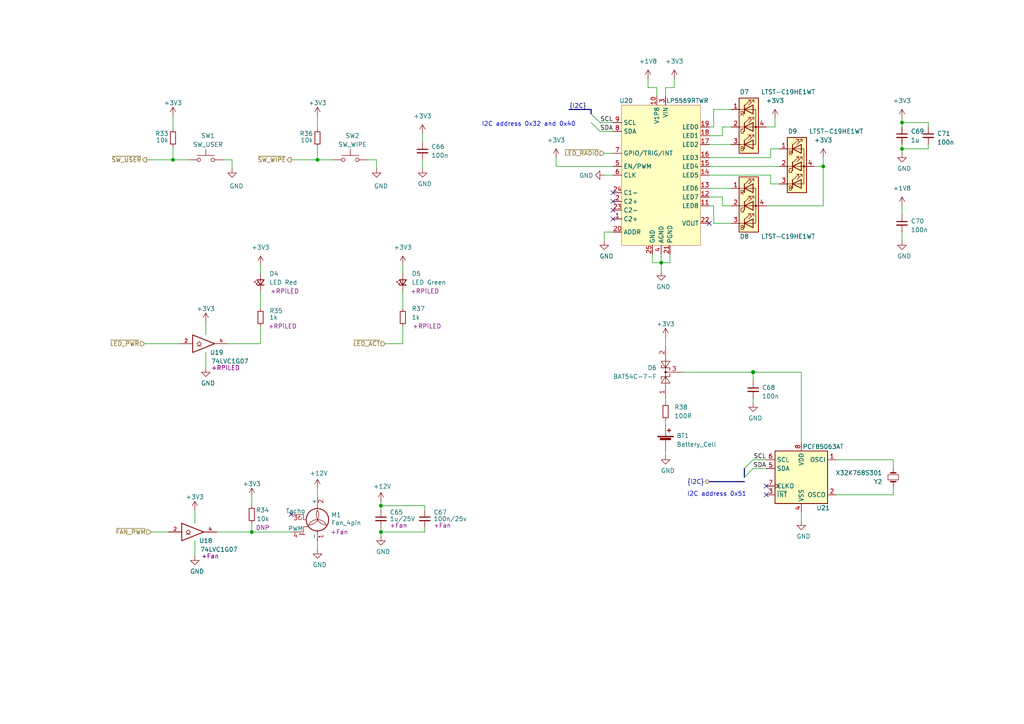
<source format=kicad_sch>
(kicad_sch (version 20210406) (generator eeschema)
  (paper "A4")
  (title_block (title "Control/RTC") (date "2021-01-12") (rev "0.1") (company "Nabu Casa") (comment 1 "www.nabucasa.com") (comment 2 "Light Blue"))
  (lib_symbols
    (symbol "74xGxx:74LVC1G07" (pin_names (offset 1.016))
      (property "Reference" "U" (at -2.54 3.81 0))
      (property "Value" "74LVC1G07" (at 0 -3.81 0))
      (symbol "74LVC1G07_0_1"
        (polyline (pts (xy -2.54 -0.635) (xy -1.27 -0.635)))
        (polyline (pts (xy -3.81 2.54) (xy -3.81 -2.54) (xy 2.54 0) (xy -3.81 2.54)) (stroke (width 0.254)))
        (polyline (pts (xy -1.905 0.635) (xy -2.54 0) (xy -1.905 -0.635) (xy -1.27 0) (xy -1.905 0.635)))
      )
      (symbol "74LVC1G07_1_1"
        (pin input line (at -7.62 0 0) (length 3.81) (name "~") (number "2"))
        (pin power_in line (at 0 -2.54 270) (length 0) hide (name "GND") (number "3"))
        (pin open_collector line (at 6.35 0 180) (length 3.81) (name "~") (number "4"))
        (pin power_in line (at 0 2.54 90) (length 0) hide (name "VCC") (number "5"))
      )
    )
    (symbol "Device:Battery_Cell" (pin_numbers hide) (pin_names (offset 0) hide)
      (property "Reference" "BT" (at 2.54 2.54 0))
      (property "Value" "Battery_Cell" (at 2.54 0 0))
      (symbol "Battery_Cell_0_1"
        (rectangle (start -2.286 1.778) (end 2.286 1.524) (fill (type outline)))
        (rectangle (start -1.5748 1.1938) (end 1.4732 0.6858) (fill (type outline)))
        (polyline (pts (xy 0 0.762) (xy 0 0)))
        (polyline (pts (xy 0 1.778) (xy 0 2.54)))
        (polyline (pts (xy 0.508 3.429) (xy 1.524 3.429)) (stroke (width 0.254)))
        (polyline (pts (xy 1.016 3.937) (xy 1.016 2.921)) (stroke (width 0.254)))
      )
      (symbol "Battery_Cell_1_1"
        (pin passive line (at 0 5.08 270) (length 2.54) (name "+") (number "1"))
        (pin passive line (at 0 -2.54 90) (length 2.54) (name "-") (number "2"))
      )
    )
    (symbol "Device:C_Small" (pin_numbers hide) (pin_names (offset 0.254) hide)
      (property "Reference" "C" (at 0.254 1.778 0))
      (property "Value" "C_Small" (at 0.254 -2.032 0))
      (symbol "C_Small_0_1"
        (polyline (pts (xy -1.524 -0.508) (xy 1.524 -0.508)) (stroke (width 0.3302)))
        (polyline (pts (xy -1.524 0.508) (xy 1.524 0.508)) (stroke (width 0.3048)))
      )
      (symbol "C_Small_1_1"
        (pin passive line (at 0 2.54 270) (length 2.032) (name "~") (number "1"))
        (pin passive line (at 0 -2.54 90) (length 2.032) (name "~") (number "2"))
      )
    )
    (symbol "Device:Crystal_Small" (pin_numbers hide) (pin_names (offset 1.016) hide)
      (property "Reference" "Y" (at 0 2.54 0))
      (property "Value" "Crystal_Small" (at 0 -2.54 0))
      (symbol "Crystal_Small_0_1"
        (rectangle (start -0.762 -1.524) (end 0.762 1.524))
        (polyline (pts (xy -1.27 -0.762) (xy -1.27 0.762)) (stroke (width 0.381)))
        (polyline (pts (xy 1.27 -0.762) (xy 1.27 0.762)) (stroke (width 0.381)))
      )
      (symbol "Crystal_Small_1_1"
        (pin passive line (at -2.54 0 0) (length 1.27) (name "1") (number "1"))
        (pin passive line (at 2.54 0 180) (length 1.27) (name "2") (number "2"))
      )
    )
    (symbol "Device:LED_RGBA" (pin_names (offset 0) hide)
      (property "Reference" "D" (at 0 9.398 0))
      (property "Value" "LED_RGBA" (at 0 -8.89 0))
      (symbol "LED_RGBA_0_0"
        (text "B" (at -1.905 -6.35 0) (effects (font (size 1.27 1.27))))
        (text "G" (at -1.905 -1.27 0) (effects (font (size 1.27 1.27))))
        (text "R" (at -1.905 3.81 0) (effects (font (size 1.27 1.27))))
      )
      (symbol "LED_RGBA_0_1"
        (circle (center 2.032 0) (radius 0.254) (fill (type outline)))
        (rectangle (start 1.27 -1.27) (end 1.27 1.27))
        (rectangle (start 1.27 1.27) (end 1.27 1.27))
        (rectangle (start 1.27 3.81) (end 1.27 6.35))
        (rectangle (start 1.27 6.35) (end 1.27 6.35))
        (rectangle (start 2.794 8.382) (end -2.794 -7.62) (stroke (width 0.254)) (fill (type background)))
        (polyline (pts (xy -1.27 -5.08) (xy -2.54 -5.08)))
        (polyline (pts (xy -1.27 -5.08) (xy 1.27 -5.08)))
        (polyline (pts (xy -1.27 -3.81) (xy -1.27 -6.35)) (stroke (width 0.254)))
        (polyline (pts (xy -1.27 0) (xy -2.54 0)))
        (polyline (pts (xy -1.27 1.27) (xy -1.27 -1.27)) (stroke (width 0.254)))
        (polyline (pts (xy -1.27 5.08) (xy -2.54 5.08)))
        (polyline (pts (xy -1.27 5.08) (xy 1.27 5.08)))
        (polyline (pts (xy -1.27 6.35) (xy -1.27 3.81)) (stroke (width 0.254)))
        (polyline (pts (xy 1.27 0) (xy -1.27 0)))
        (polyline (pts (xy 1.27 0) (xy 2.54 0)))
        (polyline (pts (xy -1.27 1.27) (xy -1.27 -1.27) (xy -1.27 -1.27)))
        (polyline (pts (xy -1.27 6.35) (xy -1.27 3.81) (xy -1.27 3.81)))
        (polyline (pts (xy 1.27 -5.08) (xy 2.032 -5.08) (xy 2.032 5.08) (xy 1.27 5.08)))
        (polyline (pts (xy 1.27 -3.81) (xy 1.27 -6.35) (xy -1.27 -5.08) (xy 1.27 -3.81)) (stroke (width 0.254)))
        (polyline (pts (xy 1.27 1.27) (xy 1.27 -1.27) (xy -1.27 0) (xy 1.27 1.27)) (stroke (width 0.254)))
        (polyline (pts (xy 1.27 6.35) (xy 1.27 3.81) (xy -1.27 5.08) (xy 1.27 6.35)) (stroke (width 0.254)))
        (polyline (pts (xy -1.016 -3.81) (xy 0.508 -2.286) (xy -0.254 -2.286) (xy 0.508 -2.286) (xy 0.508 -3.048)))
        (polyline (pts (xy -1.016 1.27) (xy 0.508 2.794) (xy -0.254 2.794) (xy 0.508 2.794) (xy 0.508 2.032)))
        (polyline (pts (xy -1.016 6.35) (xy 0.508 7.874) (xy -0.254 7.874) (xy 0.508 7.874) (xy 0.508 7.112)))
        (polyline (pts (xy 0 -3.81) (xy 1.524 -2.286) (xy 0.762 -2.286) (xy 1.524 -2.286) (xy 1.524 -3.048)))
        (polyline (pts (xy 0 1.27) (xy 1.524 2.794) (xy 0.762 2.794) (xy 1.524 2.794) (xy 1.524 2.032)))
        (polyline (pts (xy 0 6.35) (xy 1.524 7.874) (xy 0.762 7.874) (xy 1.524 7.874) (xy 1.524 7.112)))
      )
      (symbol "LED_RGBA_1_1"
        (pin passive line (at -5.08 5.08 0) (length 2.54) (name "RK") (number "1"))
        (pin passive line (at -5.08 0 0) (length 2.54) (name "GK") (number "2"))
        (pin passive line (at -5.08 -5.08 0) (length 2.54) (name "BK") (number "3"))
        (pin passive line (at 5.08 0 180) (length 2.54) (name "A") (number "4"))
      )
    )
    (symbol "Device:LED_Small" (pin_numbers hide) (pin_names (offset 0.254) hide)
      (property "Reference" "D" (at -1.27 3.175 0))
      (property "Value" "LED_Small" (at -4.445 -2.54 0))
      (symbol "LED_Small_0_1"
        (polyline (pts (xy -0.762 -1.016) (xy -0.762 1.016)) (stroke (width 0.254)))
        (polyline (pts (xy 1.016 0) (xy -0.762 0)))
        (polyline (pts (xy 0.762 -1.016) (xy -0.762 0) (xy 0.762 1.016) (xy 0.762 -1.016)) (stroke (width 0.254)))
        (polyline (pts (xy 0 0.762) (xy -0.508 1.27) (xy -0.254 1.27) (xy -0.508 1.27) (xy -0.508 1.016)))
        (polyline (pts (xy 0.508 1.27) (xy 0 1.778) (xy 0.254 1.778) (xy 0 1.778) (xy 0 1.524)))
      )
      (symbol "LED_Small_1_1"
        (pin passive line (at -2.54 0 0) (length 1.778) (name "K") (number "1"))
        (pin passive line (at 2.54 0 180) (length 1.778) (name "A") (number "2"))
      )
    )
    (symbol "Device:R_Small" (pin_numbers hide) (pin_names (offset 0.254) hide)
      (property "Reference" "R" (at 0.762 0.508 0))
      (property "Value" "R_Small" (at 0.762 -1.016 0))
      (symbol "R_Small_0_1"
        (rectangle (start -0.762 1.778) (end 0.762 -1.778) (stroke (width 0.2032)))
      )
      (symbol "R_Small_1_1"
        (pin passive line (at 0 2.54 270) (length 0.762) (name "~") (number "1"))
        (pin passive line (at 0 -2.54 90) (length 0.762) (name "~") (number "2"))
      )
    )
    (symbol "Diode:BAT54C" (pin_names (offset 1.016))
      (property "Reference" "D" (at 0.635 -3.81 0))
      (property "Value" "BAT54C" (at -6.35 3.175 0))
      (symbol "BAT54C_0_1"
        (circle (center 0 0) (radius 0.254) (fill (type outline)))
        (polyline (pts (xy -1.905 0) (xy 1.905 0)))
        (polyline (pts (xy -1.905 1.27) (xy -1.905 1.016)))
        (polyline (pts (xy -1.27 -1.27) (xy -0.635 -1.27)))
        (polyline (pts (xy -1.27 0) (xy -3.81 0)))
        (polyline (pts (xy -1.27 1.27) (xy -1.905 1.27)))
        (polyline (pts (xy -1.27 1.27) (xy -1.27 -1.27)))
        (polyline (pts (xy -0.635 -1.27) (xy -0.635 -1.016)))
        (polyline (pts (xy 0.635 -1.27) (xy 0.635 -1.016)))
        (polyline (pts (xy 1.27 -1.27) (xy 0.635 -1.27)))
        (polyline (pts (xy 1.27 1.27) (xy 1.27 -1.27)))
        (polyline (pts (xy 1.27 1.27) (xy 1.905 1.27)))
        (polyline (pts (xy 1.905 1.27) (xy 1.905 1.016)))
        (polyline (pts (xy 3.81 0) (xy 1.27 0)))
        (polyline (pts (xy -3.175 -1.27) (xy -3.175 1.27) (xy -1.27 0) (xy -3.175 -1.27)))
        (polyline (pts (xy 3.175 -1.27) (xy 3.175 1.27) (xy 1.27 0) (xy 3.175 -1.27)))
      )
      (symbol "BAT54C_1_1"
        (pin passive line (at -7.62 0 0) (length 3.81) (name "~") (number "1"))
        (pin passive line (at 7.62 0 180) (length 3.81) (name "~") (number "2"))
        (pin passive line (at 0 -5.08 90) (length 5.08) (name "~") (number "3"))
      )
    )
    (symbol "LightBlue:LP5569"
      (property "Reference" "U" (at -10.16 21.59 0))
      (property "Value" "LP5569" (at 7.62 21.59 0))
      (symbol "LP5569_0_1"
        (rectangle (start -11.43 20.32) (end 11.43 -20.32) (stroke (width 0.0006)) (fill (type background)))
      )
      (symbol "LP5569_1_1"
        (pin input line (at -13.97 -12.7 0) (length 2.54) (name "C2+") (number "1"))
        (pin input line (at -1.27 22.86 270) (length 2.54) (name "V1P8") (number "10"))
        (pin output line (at 13.97 -8.89 180) (length 2.54) (name "LED8") (number "11"))
        (pin output line (at 13.97 -6.35 180) (length 2.54) (name "LED7") (number "12"))
        (pin output line (at 13.97 -3.81 180) (length 2.54) (name "LED6") (number "13"))
        (pin output line (at 13.97 0 180) (length 2.54) (name "LED5") (number "14"))
        (pin output line (at 13.97 2.54 180) (length 2.54) (name "LED4") (number "15"))
        (pin output line (at 13.97 5.08 180) (length 2.54) (name "LED3") (number "16"))
        (pin output line (at 13.97 8.89 180) (length 2.54) (name "LED2") (number "17"))
        (pin output line (at 13.97 11.43 180) (length 2.54) (name "LED1") (number "18"))
        (pin output line (at 13.97 13.97 180) (length 2.54) (name "LED0") (number "19"))
        (pin input line (at -13.97 -7.62 0) (length 2.54) (name "C2+") (number "2"))
        (pin input line (at -13.97 -16.51 0) (length 2.54) (name "ADDR") (number "20"))
        (pin input line (at 2.54 -22.86 90) (length 2.54) (name "PGND") (number "21"))
        (pin output line (at 13.97 -13.97 180) (length 2.54) (name "VOUT") (number "22"))
        (pin input line (at -13.97 -10.16 0) (length 2.54) (name "C2-") (number "23"))
        (pin input line (at -13.97 -5.08 0) (length 2.54) (name "C1-") (number "24"))
        (pin input line (at -2.54 -22.86 90) (length 2.54) (name "GND") (number "25"))
        (pin input line (at 1.27 22.86 270) (length 2.54) (name "VIN") (number "3"))
        (pin input line (at 0 -22.86 90) (length 2.54) (name "AGND") (number "4"))
        (pin input line (at -13.97 2.54 0) (length 2.54) (name "EN/PWM") (number "5"))
        (pin input line (at -13.97 0 0) (length 2.54) (name "CLK") (number "6"))
        (pin input line (at -13.97 6.35 0) (length 2.54) (name "GPIO/TRIG/INT") (number "7"))
        (pin bidirectional line (at -13.97 12.7 0) (length 2.54) (name "SDA") (number "8"))
        (pin input line (at -13.97 15.24 0) (length 2.54) (name "SCL") (number "9"))
      )
    )
    (symbol "Motor:Fan_4pin" (pin_names (offset 0))
      (property "Reference" "M" (at 2.54 5.08 0))
      (property "Value" "Fan_4pin" (at 2.54 -2.54 0))
      (symbol "Fan_4pin_0_0"
        (arc (start -5.588 1.524) (end -5.08 2.032) (radius (at -5.08 1.524) (length 0.508) (angles 180 90)))
        (arc (start -5.588 1.524) (end -4.572 1.524) (radius (at -5.08 1.524) (length 0.508) (angles -179.9 -0.1)))
        (polyline (pts (xy -5.08 2.032) (xy -5.334 2.159)))
        (polyline (pts (xy -5.08 2.032) (xy -5.207 1.778)))
        (polyline (pts (xy -4.064 2.54) (xy -4.064 1.016) (xy -3.302 1.016)))
      )
      (symbol "Fan_4pin_0_1"
        (arc (start 0 3.81) (end -2.54 -0.508) (radius (at -2.4892 2.3876) (length 2.8702) (angles 29.7 -91)))
        (arc (start -2.54 -0.508) (end 2.54 -0.508) (radius (at 0 -1.778) (length 2.8448) (angles 153.4 26.6)))
        (arc (start 2.54 -0.508) (end 0 3.81) (radius (at 2.6162 2.413) (length 2.921) (angles -91.5 151.9)))
        (circle (center 0 1.016) (radius 3.2512) (stroke (width 0.254)))
        (polyline (pts (xy -4.064 2.54) (xy -5.08 2.54)))
        (polyline (pts (xy 0 -5.08) (xy 0 -4.572)))
        (polyline (pts (xy 0 -2.2352) (xy 0 -2.6416)))
        (polyline (pts (xy 0 4.2672) (xy 0 4.6228)))
        (polyline (pts (xy 0 4.572) (xy 0 5.08)))
        (polyline (pts (xy -2.54 -1.016) (xy -4.064 -1.016) (xy -4.064 -2.54) (xy -5.08 -2.54)))
        (polyline (pts (xy -5.334 -3.302) (xy -5.08 -3.302) (xy -5.08 -3.048) (xy -4.826 -3.048) (xy -4.826 -3.302) (xy -4.318 -3.302) (xy -4.318 -3.048) (xy -4.064 -3.048) (xy -4.064 -3.302) (xy -3.556 -3.302)))
      )
      (symbol "Fan_4pin_1_1"
        (pin passive line (at 0 -5.08 90) (length 2.54) (name "-") (number "1"))
        (pin passive line (at 0 7.62 270) (length 2.54) (name "+") (number "2"))
        (pin passive line (at -7.62 2.54 0) (length 2.54) (name "Tacho") (number "3"))
        (pin input line (at -7.62 -2.54 0) (length 2.54) (name "PWM") (number "4"))
      )
    )
    (symbol "Switch:SW_Push" (pin_numbers hide) (pin_names (offset 1.016) hide)
      (property "Reference" "SW" (at 1.27 2.54 0))
      (property "Value" "SW_Push" (at 0 -1.524 0))
      (symbol "SW_Push_0_1"
        (circle (center -2.032 0) (radius 0.508))
        (circle (center 2.032 0) (radius 0.508))
        (polyline (pts (xy 0 1.27) (xy 0 3.048)))
        (polyline (pts (xy 2.54 1.27) (xy -2.54 1.27)))
        (pin passive line (at -5.08 0 0) (length 2.54) (name "1") (number "1"))
        (pin passive line (at 5.08 0 180) (length 2.54) (name "2") (number "2"))
      )
    )
    (symbol "Timer_RTC:PCF8563T"
      (property "Reference" "U" (at -7.62 8.89 0))
      (property "Value" "PCF8563T" (at 2.54 8.89 0))
      (symbol "PCF8563T_0_1"
        (rectangle (start -7.62 7.62) (end 7.62 -7.62) (stroke (width 0.254)) (fill (type background)))
      )
      (symbol "PCF8563T_1_1"
        (pin input line (at -10.16 5.08 0) (length 2.54) (name "OSCI") (number "1"))
        (pin output line (at -10.16 -5.08 0) (length 2.54) (name "OSCO") (number "2"))
        (pin output line (at 10.16 -5.08 180) (length 2.54) (name "~INT~") (number "3"))
        (pin power_in line (at 0 -10.16 90) (length 2.54) (name "VSS") (number "4"))
        (pin bidirectional line (at 10.16 2.54 180) (length 2.54) (name "SDA") (number "5"))
        (pin input line (at 10.16 5.08 180) (length 2.54) (name "SCL") (number "6"))
        (pin output clock (at 10.16 -2.54 180) (length 2.54) (name "CLKO") (number "7"))
        (pin power_in line (at 0 10.16 270) (length 2.54) (name "VDD") (number "8"))
      )
    )
    (symbol "power:+12V" (power) (pin_names (offset 0))
      (property "Value" "+12V" (at 0 3.556 0))
      (symbol "+12V_0_1"
        (polyline (pts (xy -0.762 1.27) (xy 0 2.54)))
        (polyline (pts (xy 0 0) (xy 0 2.54)))
        (polyline (pts (xy 0 2.54) (xy 0.762 1.27)))
      )
      (symbol "+12V_1_1"
        (pin power_in line (at 0 0 90) (length 0) hide (name "+12V") (number "1"))
      )
    )
    (symbol "power:+1V8" (power) (pin_names (offset 0))
      (property "Value" "+1V8" (at 0 3.556 0))
      (symbol "+1V8_0_1"
        (polyline (pts (xy -0.762 1.27) (xy 0 2.54)))
        (polyline (pts (xy 0 0) (xy 0 2.54)))
        (polyline (pts (xy 0 2.54) (xy 0.762 1.27)))
      )
      (symbol "+1V8_1_1"
        (pin power_in line (at 0 0 90) (length 0) hide (name "+1V8") (number "1"))
      )
    )
    (symbol "power:+3V3" (power) (pin_names (offset 0))
      (property "Value" "+3V3" (at 0 3.556 0))
      (symbol "+3V3_0_1"
        (polyline (pts (xy -0.762 1.27) (xy 0 2.54)))
        (polyline (pts (xy 0 0) (xy 0 2.54)))
        (polyline (pts (xy 0 2.54) (xy 0.762 1.27)))
      )
      (symbol "+3V3_1_1"
        (pin power_in line (at 0 0 90) (length 0) hide (name "+3V3") (number "1"))
      )
    )
    (symbol "power:GND" (power) (pin_names (offset 0))
      (property "Value" "GND" (at 0 -3.81 0))
      (symbol "GND_0_1"
        (polyline (pts (xy 0 0) (xy 0 -1.27) (xy 1.27 -1.27) (xy 0 -2.54) (xy -1.27 -1.27) (xy 0 -1.27)))
      )
      (symbol "GND_1_1"
        (pin power_in line (at 0 0 270) (length 0) hide (name "GND") (number "1"))
      )
    )
  )
  (junction (at 50.165 46.355) (diameter 0.9144))
  (junction (at 73.025 154.305) (diameter 0.9144))
  (junction (at 92.075 46.355) (diameter 0.9144))
  (junction (at 110.49 146.685) (diameter 0.9144))
  (junction (at 110.49 154.305) (diameter 0.9144))
  (junction (at 191.77 76.2) (diameter 0.9144))
  (junction (at 218.44 107.95) (diameter 1.016))
  (junction (at 238.76 48.26) (diameter 0.9144))
  (junction (at 261.62 35.56) (diameter 0.9144))
  (junction (at 261.62 43.18) (diameter 0.9144))
  (no_connect (at 84.455 149.225))
  (no_connect (at 177.8 55.88))
  (no_connect (at 177.8 58.42))
  (no_connect (at 177.8 60.96))
  (no_connect (at 177.8 63.5))
  (no_connect (at 205.74 64.77))
  (no_connect (at 222.25 140.97))
  (no_connect (at 222.25 143.51))
  (bus_entry (at 171.45 33.02) (size 2.54 2.54) (stroke (width 0.1524)))
  (bus_entry (at 171.45 35.56) (size 2.54 2.54) (stroke (width 0.1524)))
  (bus_entry (at 215.9 135.89) (size 2.54 -2.54) (stroke (width 0.1524)))
  (bus_entry (at 215.9 138.43) (size 2.54 -2.54) (stroke (width 0.1524)))
  (wire (pts (xy 41.91 99.695) (xy 52.07 99.695)))
  (wire (pts (xy 42.545 46.355) (xy 50.165 46.355)))
  (wire (pts (xy 43.815 154.305) (xy 48.895 154.305)))
  (wire (pts (xy 50.165 37.465) (xy 50.165 33.655)))
  (wire (pts (xy 50.165 42.545) (xy 50.165 46.355)))
  (wire (pts (xy 50.165 46.355) (xy 54.61 46.355)))
  (wire (pts (xy 56.515 147.955) (xy 56.515 151.765)))
  (wire (pts (xy 56.515 156.845) (xy 56.515 161.29)))
  (wire (pts (xy 59.69 93.345) (xy 59.69 97.155)))
  (wire (pts (xy 59.69 102.235) (xy 59.69 106.68)))
  (wire (pts (xy 62.865 154.305) (xy 73.025 154.305)))
  (wire (pts (xy 64.77 46.355) (xy 67.31 46.355)))
  (wire (pts (xy 66.04 99.695) (xy 75.565 99.695)))
  (wire (pts (xy 67.31 46.355) (xy 67.31 48.895)))
  (wire (pts (xy 73.025 146.685) (xy 73.025 144.145)))
  (wire (pts (xy 73.025 151.765) (xy 73.025 154.305)))
  (wire (pts (xy 73.025 154.305) (xy 84.455 154.305)))
  (wire (pts (xy 75.565 76.835) (xy 75.565 79.375)))
  (wire (pts (xy 75.565 84.455) (xy 75.565 89.535)))
  (wire (pts (xy 75.565 99.695) (xy 75.565 94.615)))
  (wire (pts (xy 84.455 46.355) (xy 92.075 46.355)))
  (wire (pts (xy 92.075 37.465) (xy 92.075 33.655)))
  (wire (pts (xy 92.075 42.545) (xy 92.075 46.355)))
  (wire (pts (xy 92.075 46.355) (xy 96.52 46.355)))
  (wire (pts (xy 92.075 141.605) (xy 92.075 144.145)))
  (wire (pts (xy 92.075 156.845) (xy 92.075 159.385)))
  (wire (pts (xy 106.68 46.355) (xy 109.22 46.355)))
  (wire (pts (xy 109.22 46.355) (xy 109.22 48.895)))
  (wire (pts (xy 110.49 145.415) (xy 110.49 146.685)))
  (wire (pts (xy 110.49 146.685) (xy 110.49 147.955)))
  (wire (pts (xy 110.49 146.685) (xy 123.19 146.685)))
  (wire (pts (xy 110.49 153.035) (xy 110.49 154.305)))
  (wire (pts (xy 110.49 154.305) (xy 110.49 155.575)))
  (wire (pts (xy 110.49 154.305) (xy 123.19 154.305)))
  (wire (pts (xy 111.76 99.695) (xy 116.84 99.695)))
  (wire (pts (xy 116.84 76.835) (xy 116.84 79.375)))
  (wire (pts (xy 116.84 84.455) (xy 116.84 89.535)))
  (wire (pts (xy 116.84 94.615) (xy 116.84 99.695)))
  (wire (pts (xy 122.555 38.735) (xy 122.555 41.275)))
  (wire (pts (xy 122.555 46.355) (xy 122.555 48.895)))
  (wire (pts (xy 123.19 147.955) (xy 123.19 146.685)))
  (wire (pts (xy 123.19 153.035) (xy 123.19 154.305)))
  (wire (pts (xy 161.29 45.72) (xy 161.29 48.26)))
  (wire (pts (xy 161.29 48.26) (xy 177.8 48.26)))
  (wire (pts (xy 175.26 44.45) (xy 177.8 44.45)))
  (wire (pts (xy 175.26 50.8) (xy 177.8 50.8)))
  (wire (pts (xy 175.26 67.31) (xy 177.8 67.31)))
  (wire (pts (xy 175.26 69.85) (xy 175.26 67.31)))
  (wire (pts (xy 177.8 35.56) (xy 173.99 35.56)))
  (wire (pts (xy 177.8 38.1) (xy 173.99 38.1)))
  (wire (pts (xy 187.96 22.86) (xy 187.96 25.4)))
  (wire (pts (xy 187.96 25.4) (xy 190.5 25.4)))
  (wire (pts (xy 189.23 73.66) (xy 189.23 76.2)))
  (wire (pts (xy 189.23 76.2) (xy 191.77 76.2)))
  (wire (pts (xy 190.5 25.4) (xy 190.5 27.94)))
  (wire (pts (xy 191.77 73.66) (xy 191.77 76.2)))
  (wire (pts (xy 191.77 76.2) (xy 191.77 78.74)))
  (wire (pts (xy 191.77 76.2) (xy 194.31 76.2)))
  (wire (pts (xy 193.04 25.4) (xy 193.04 27.94)))
  (wire (pts (xy 193.04 97.79) (xy 193.04 100.33)))
  (wire (pts (xy 193.04 115.57) (xy 193.04 116.84)))
  (wire (pts (xy 193.04 121.92) (xy 193.04 123.19)))
  (wire (pts (xy 193.04 130.81) (xy 193.04 132.08)))
  (wire (pts (xy 194.31 76.2) (xy 194.31 73.66)))
  (wire (pts (xy 195.58 22.86) (xy 195.58 25.4)))
  (wire (pts (xy 195.58 25.4) (xy 193.04 25.4)))
  (wire (pts (xy 198.12 107.95) (xy 218.44 107.95)))
  (wire (pts (xy 205.74 36.83) (xy 207.01 36.83)))
  (wire (pts (xy 205.74 39.37) (xy 209.55 39.37)))
  (wire (pts (xy 205.74 41.91) (xy 212.09 41.91)))
  (wire (pts (xy 205.74 45.72) (xy 223.52 45.72)))
  (wire (pts (xy 205.74 48.26) (xy 226.06 48.26)))
  (wire (pts (xy 205.74 50.8) (xy 223.52 50.8)))
  (wire (pts (xy 205.74 54.61) (xy 212.09 54.61)))
  (wire (pts (xy 205.74 57.15) (xy 209.55 57.15)))
  (wire (pts (xy 205.74 59.69) (xy 207.01 59.69)))
  (wire (pts (xy 207.01 31.75) (xy 212.09 31.75)))
  (wire (pts (xy 207.01 36.83) (xy 207.01 31.75)))
  (wire (pts (xy 207.01 59.69) (xy 207.01 64.77)))
  (wire (pts (xy 207.01 64.77) (xy 212.09 64.77)))
  (wire (pts (xy 209.55 36.83) (xy 212.09 36.83)))
  (wire (pts (xy 209.55 39.37) (xy 209.55 36.83)))
  (wire (pts (xy 209.55 57.15) (xy 209.55 59.69)))
  (wire (pts (xy 209.55 59.69) (xy 212.09 59.69)))
  (wire (pts (xy 218.44 107.95) (xy 218.44 110.49)))
  (wire (pts (xy 218.44 107.95) (xy 232.41 107.95)))
  (wire (pts (xy 218.44 115.57) (xy 218.44 116.84)))
  (wire (pts (xy 222.25 36.83) (xy 224.79 36.83)))
  (wire (pts (xy 222.25 59.69) (xy 238.76 59.69)))
  (wire (pts (xy 222.25 133.35) (xy 218.44 133.35)))
  (wire (pts (xy 222.25 135.89) (xy 218.44 135.89)))
  (wire (pts (xy 223.52 43.18) (xy 226.06 43.18)))
  (wire (pts (xy 223.52 45.72) (xy 223.52 43.18)))
  (wire (pts (xy 223.52 50.8) (xy 223.52 53.34)))
  (wire (pts (xy 223.52 53.34) (xy 226.06 53.34)))
  (wire (pts (xy 224.79 34.29) (xy 224.79 36.83)))
  (wire (pts (xy 232.41 107.95) (xy 232.41 128.27)))
  (wire (pts (xy 232.41 148.59) (xy 232.41 151.13)))
  (wire (pts (xy 236.22 48.26) (xy 238.76 48.26)))
  (wire (pts (xy 238.76 48.26) (xy 238.76 45.72)))
  (wire (pts (xy 238.76 59.69) (xy 238.76 48.26)))
  (wire (pts (xy 242.57 133.35) (xy 259.08 133.35)))
  (wire (pts (xy 242.57 143.51) (xy 259.08 143.51)))
  (wire (pts (xy 259.08 135.89) (xy 259.08 133.35)))
  (wire (pts (xy 259.08 140.97) (xy 259.08 143.51)))
  (wire (pts (xy 261.62 34.29) (xy 261.62 35.56)))
  (wire (pts (xy 261.62 35.56) (xy 261.62 36.83)))
  (wire (pts (xy 261.62 41.91) (xy 261.62 43.18)))
  (wire (pts (xy 261.62 43.18) (xy 261.62 44.45)))
  (wire (pts (xy 261.62 43.18) (xy 269.24 43.18)))
  (wire (pts (xy 261.62 59.69) (xy 261.62 62.23)))
  (wire (pts (xy 261.62 67.31) (xy 261.62 69.85)))
  (wire (pts (xy 269.24 35.56) (xy 261.62 35.56)))
  (wire (pts (xy 269.24 36.83) (xy 269.24 35.56)))
  (wire (pts (xy 269.24 41.91) (xy 269.24 43.18)))
  (bus (pts (xy 165.1 31.75) (xy 171.45 31.75)))
  (bus (pts (xy 171.45 31.75) (xy 171.45 35.56)))
  (bus (pts (xy 215.9 135.89) (xy 215.9 139.7)))
  (bus (pts (xy 215.9 139.7) (xy 205.74 139.7)))
  (text "I2C address 0x32 and 0x40" (at 139.7 36.83 0) (effects (font (size 1.27 1.27)) (justify left bottom)))
  (text "I2C address 0x51" (at 216.535 144.145 180) (effects (font (size 1.27 1.27)) (justify right bottom)))
  (label "{I2C}" (at 165.1 31.75 0))
  (label "SCL" (at 177.8 35.56 180))
  (label "SDA" (at 177.8 38.1 180))
  (label "SCL" (at 222.25 133.35 180))
  (label "SDA" (at 222.25 135.89 180))
  (hierarchical_label "~LED_PWR" (shape input) (at 41.91 99.695 180))
  (hierarchical_label "~SW_USER" (shape output) (at 42.545 46.355 180))
  (hierarchical_label "~FAN_PWM" (shape input) (at 43.815 154.305 180))
  (hierarchical_label "~SW_WIPE" (shape output) (at 84.455 46.355 180))
  (hierarchical_label "~LED_ACT" (shape input) (at 111.76 99.695 180))
  (hierarchical_label "~LED_RADIO" (shape input) (at 175.26 44.45 180))
  (hierarchical_label "{I2C}" (shape bidirectional) (at 205.74 139.7 180))
  (symbol (lib_id "power:+3V3") (at 50.165 33.655 0) (unit 1)
    (property "Reference" "#PWR0114" (effects hide))
    (property "Value" "+3V3" (at 50.165 29.845 0))
  )
  (symbol (lib_id "power:+3V3") (at 56.515 147.955 0) (unit 1)
    (property "Reference" "#PWR0115" (effects hide))
    (property "Value" "+3V3" (at 56.515 144.145 0))
  )
  (symbol (lib_id "power:+3V3") (at 59.69 93.345 0) (unit 1)
    (property "Reference" "#PWR0117" (effects hide))
    (property "Value" "+3V3" (at 59.69 89.535 0))
  )
  (symbol (lib_id "power:+3V3") (at 73.025 144.145 0) (unit 1)
    (property "Reference" "#PWR0120" (effects hide))
    (property "Value" "+3V3" (at 73.025 140.335 0))
  )
  (symbol (lib_id "power:+3V3") (at 75.565 76.835 0) (unit 1)
    (property "Reference" "#PWR0121" (effects hide))
    (property "Value" "+3V3" (at 75.565 71.755 0))
  )
  (symbol (lib_id "power:+3V3") (at 92.075 33.655 0) (unit 1)
    (property "Reference" "#PWR0122" (effects hide))
    (property "Value" "+3V3" (at 92.075 29.845 0))
  )
  (symbol (lib_id "power:+12V") (at 92.075 141.605 0) (unit 1)
    (property "Reference" "#PWR0123" (effects hide))
    (property "Value" "+12V" (at 92.4433 137.2806 0))
  )
  (symbol (lib_id "power:+12V") (at 110.49 145.415 0) (unit 1)
    (property "Reference" "#PWR0126" (effects hide))
    (property "Value" "+12V" (at 110.8583 141.0906 0))
  )
  (symbol (lib_id "power:+3V3") (at 116.84 76.835 0) (unit 1)
    (property "Reference" "#PWR0128" (effects hide))
    (property "Value" "+3V3" (at 116.84 71.755 0))
  )
  (symbol (lib_id "power:+3V3") (at 122.555 38.735 0) (unit 1)
    (property "Reference" "#PWR0129" (effects hide))
    (property "Value" "+3V3" (at 122.555 33.655 0))
  )
  (symbol (lib_id "power:+3V3") (at 161.29 45.72 0) (unit 1)
    (property "Reference" "#PWR0131" (effects hide))
    (property "Value" "+3V3" (at 161.29 40.64 0))
  )
  (symbol (lib_id "power:+1V8") (at 187.96 22.86 0) (unit 1)
    (property "Reference" "#PWR0134" (effects hide))
    (property "Value" "+1V8" (at 187.96 17.78 0))
  )
  (symbol (lib_id "power:+3V3") (at 193.04 97.79 0) (unit 1)
    (property "Reference" "#PWR0136" (effects hide))
    (property "Value" "+3V3" (at 193.04 93.98 0))
  )
  (symbol (lib_id "power:+3V3") (at 195.58 22.86 0) (unit 1)
    (property "Reference" "#PWR0138" (effects hide))
    (property "Value" "+3V3" (at 195.58 17.78 0))
  )
  (symbol (lib_id "power:+3V3") (at 224.79 34.29 0) (unit 1)
    (property "Reference" "#PWR0140" (effects hide))
    (property "Value" "+3V3" (at 224.79 29.21 0))
  )
  (symbol (lib_id "power:+3V3") (at 238.76 45.72 0) (unit 1)
    (property "Reference" "#PWR0142" (effects hide))
    (property "Value" "+3V3" (at 238.76 40.64 0))
  )
  (symbol (lib_id "power:+3V3") (at 261.62 34.29 0) (unit 1)
    (property "Reference" "#PWR0143" (effects hide))
    (property "Value" "+3V3" (at 261.62 29.21 0))
  )
  (symbol (lib_id "power:+1V8") (at 261.62 59.69 0) (unit 1)
    (property "Reference" "#PWR0145" (effects hide))
    (property "Value" "+1V8" (at 261.62 54.61 0))
  )
  (symbol (lib_id "power:GND") (at 56.515 161.29 0) (unit 1)
    (property "Reference" "#PWR0116" (effects hide))
    (property "Value" "GND" (at 57.15 165.735 0))
  )
  (symbol (lib_id "power:GND") (at 59.69 106.68 0) (unit 1)
    (property "Reference" "#PWR0118" (effects hide))
    (property "Value" "GND" (at 60.325 111.125 0))
  )
  (symbol (lib_id "power:GND") (at 67.31 48.895 0) (unit 1)
    (property "Reference" "#PWR0119" (effects hide))
    (property "Value" "GND" (at 68.58 53.975 0))
  )
  (symbol (lib_id "power:GND") (at 92.075 159.385 0) (unit 1)
    (property "Reference" "#PWR0124" (effects hide))
    (property "Value" "GND" (at 92.71 163.83 0))
  )
  (symbol (lib_id "power:GND") (at 109.22 48.895 0) (unit 1)
    (property "Reference" "#PWR0125" (effects hide))
    (property "Value" "GND" (at 110.49 53.975 0))
  )
  (symbol (lib_id "power:GND") (at 110.49 155.575 0) (unit 1)
    (property "Reference" "#PWR0127" (effects hide))
    (property "Value" "GND" (at 111.125 160.02 0))
  )
  (symbol (lib_id "power:GND") (at 122.555 48.895 0) (unit 1)
    (property "Reference" "#PWR0130" (effects hide))
    (property "Value" "GND" (at 123.19 53.34 0))
  )
  (symbol (lib_id "power:GND") (at 175.26 50.8 270) (unit 1)
    (property "Reference" "#PWR0132" (effects hide))
    (property "Value" "GND" (at 172.085 50.9143 90) (effects (justify right)))
  )
  (symbol (lib_id "power:GND") (at 175.26 69.85 0) (unit 1)
    (property "Reference" "#PWR0133" (effects hide))
    (property "Value" "GND" (at 175.895 74.295 0))
  )
  (symbol (lib_id "power:GND") (at 191.77 78.74 0) (unit 1)
    (property "Reference" "#PWR0135" (effects hide))
    (property "Value" "GND" (at 192.405 83.185 0))
  )
  (symbol (lib_id "power:GND") (at 193.04 132.08 0) (unit 1)
    (property "Reference" "#PWR0137" (effects hide))
    (property "Value" "GND" (at 193.675 136.525 0))
  )
  (symbol (lib_id "power:GND") (at 218.44 116.84 0) (unit 1)
    (property "Reference" "#PWR0139" (effects hide))
    (property "Value" "GND" (at 219.075 121.285 0))
  )
  (symbol (lib_id "power:GND") (at 232.41 151.13 0) (unit 1)
    (property "Reference" "#PWR0141" (effects hide))
    (property "Value" "GND" (at 233.045 155.575 0))
  )
  (symbol (lib_id "power:GND") (at 261.62 44.45 0) (unit 1)
    (property "Reference" "#PWR0144" (effects hide))
    (property "Value" "GND" (at 262.255 48.895 0))
  )
  (symbol (lib_id "power:GND") (at 261.62 69.85 0) (unit 1)
    (property "Reference" "#PWR0146" (effects hide))
    (property "Value" "GND" (at 262.255 74.295 0))
  )
  (symbol (lib_id "Device:R_Small") (at 50.165 40.005 180) (unit 1)
    (property "Reference" "R33" (at 48.895 38.735 0) (effects (justify left)))
    (property "Value" "10k" (at 48.895 40.64 0) (effects (justify left)))
    (property "Footprint" "Resistor_SMD:R_0402_1005Metric" (effects hide))
  )
  (symbol (lib_id "Device:R_Small") (at 73.025 149.225 180) (unit 1)
    (property "Reference" "R34" (at 78.105 147.955 0) (effects (justify left)))
    (property "Value" "10k" (at 78.105 150.495 0) (effects (justify left)))
    (property "Footprint" "Resistor_SMD:R_0402_1005Metric" (effects hide))
    (property "Config" "DNP" (at 76.2 153.035 0))
  )
  (symbol (lib_id "Device:R_Small") (at 75.565 92.075 0) (unit 1)
    (property "Reference" "R35" (at 78.105 90.17 0) (effects (justify left)))
    (property "Value" "1k" (at 78.105 92.075 0) (effects (justify left)))
    (property "Footprint" "Resistor_SMD:R_0402_1005Metric" (effects hide))
    (property "Config" "+RPiLED" (at 81.915 94.615 0))
  )
  (symbol (lib_id "Device:R_Small") (at 92.075 40.005 180) (unit 1)
    (property "Reference" "R36" (at 90.805 38.735 0) (effects (justify left)))
    (property "Value" "10k" (at 90.805 40.64 0) (effects (justify left)))
    (property "Footprint" "Resistor_SMD:R_0402_1005Metric" (effects hide))
  )
  (symbol (lib_id "Device:R_Small") (at 116.84 92.075 0) (unit 1)
    (property "Reference" "R37" (at 119.38 89.535 0) (effects (justify left)))
    (property "Value" "1k" (at 119.38 92.075 0) (effects (justify left)))
    (property "Footprint" "Resistor_SMD:R_0402_1005Metric" (effects hide))
    (property "Config" "+RPiLED" (at 123.825 94.615 0))
  )
  (symbol (lib_id "Device:R_Small") (at 193.04 119.38 0) (unit 1)
    (property "Reference" "R38" (at 195.58 118.11 0) (effects (justify left)))
    (property "Value" "100R" (at 195.58 120.65 0) (effects (justify left)))
    (property "Footprint" "Resistor_SMD:R_0402_1005Metric" (effects hide))
  )
  (symbol (lib_id "Device:LED_Small") (at 75.565 81.915 90) (unit 1)
    (property "Reference" "D4" (at 78.105 79.375 90) (effects (justify right)))
    (property "Value" "LED Red" (at 78.105 81.915 90) (effects (justify right)))
    (property "Footprint" "LED_SMD:LED_0603_1608Metric" (effects hide))
    (property "Manufacturer" "Lite-On" (effects hide))
    (property "PartNumber" "LTST-C194KRKT" (effects hide))
    (property "Config" "+RPiLED" (at 82.55 84.455 90))
  )
  (symbol (lib_id "Device:LED_Small") (at 116.84 81.915 90) (unit 1)
    (property "Reference" "D5" (at 119.38 79.375 90) (effects (justify right)))
    (property "Value" "LED Green" (at 119.38 81.915 90) (effects (justify right)))
    (property "Footprint" "LED_SMD:LED_0603_1608Metric" (effects hide))
    (property "Manufacturer" "Lite-On" (effects hide))
    (property "PartNumber" "LTST-C194TGKT" (effects hide))
    (property "Config" "+RPiLED" (at 123.19 84.455 90))
  )
  (symbol (lib_id "Device:Crystal_Small") (at 259.08 138.43 270) (unit 1)
    (property "Reference" "Y2" (at 255.905 139.7 90) (effects (justify right)))
    (property "Value" "X32K768S301" (at 255.905 137.16 90) (effects (justify right)))
    (property "Footprint" "Crystal:Crystal_SMD_3215-2Pin_3.2x1.5mm" (effects hide))
    (property "Manufacturer" "Epson" (effects hide))
    (property "PartNumber" "FC-135 32.7680KA-A3" (effects hide))
  )
  (symbol (lib_id "Device:C_Small") (at 110.49 150.495 0) (unit 1)
    (property "Reference" "C65" (at 113.03 148.59 0) (effects (justify left)))
    (property "Value" "1u/25V" (at 113.03 150.495 0) (effects (justify left)))
    (property "Footprint" "Capacitor_SMD:C_0402_1005Metric" (effects hide))
    (property "Config" "+Fan" (at 115.57 152.4 0))
  )
  (symbol (lib_id "Device:C_Small") (at 122.555 43.815 0) (unit 1)
    (property "Reference" "C66" (at 125.095 42.545 0) (effects (justify left)))
    (property "Value" "100n" (at 125.095 45.085 0) (effects (justify left)))
    (property "Footprint" "Capacitor_SMD:C_0402_1005Metric" (effects hide))
  )
  (symbol (lib_id "Device:C_Small") (at 123.19 150.495 0) (unit 1)
    (property "Reference" "C67" (at 125.73 148.59 0) (effects (justify left)))
    (property "Value" "100n/25v" (at 125.73 150.495 0) (effects (justify left)))
    (property "Footprint" "Capacitor_SMD:C_0402_1005Metric" (effects hide))
    (property "Config" "+Fan" (at 128.27 152.4 0))
  )
  (symbol (lib_id "Device:C_Small") (at 218.44 113.03 0) (unit 1)
    (property "Reference" "C68" (at 220.98 112.395 0) (effects (justify left)))
    (property "Value" "100n" (at 220.98 114.935 0) (effects (justify left)))
    (property "Footprint" "Capacitor_SMD:C_0402_1005Metric" (effects hide))
  )
  (symbol (lib_id "Device:C_Small") (at 261.62 39.37 0) (unit 1)
    (property "Reference" "C69" (at 264.16 38.1 0) (effects (justify left)))
    (property "Value" "1u" (at 264.16 40.64 0) (effects (justify left)))
    (property "Footprint" "Capacitor_SMD:C_0402_1005Metric" (effects hide))
  )
  (symbol (lib_id "Device:C_Small") (at 261.62 64.77 0) (unit 1)
    (property "Reference" "C70" (at 264.16 64.135 0) (effects (justify left)))
    (property "Value" "100n" (at 264.16 66.675 0) (effects (justify left)))
    (property "Footprint" "Capacitor_SMD:C_0402_1005Metric" (effects hide))
  )
  (symbol (lib_id "Device:C_Small") (at 269.24 39.37 0) (unit 1)
    (property "Reference" "C71" (at 271.78 38.735 0) (effects (justify left)))
    (property "Value" "100n" (at 271.78 41.275 0) (effects (justify left)))
    (property "Footprint" "Capacitor_SMD:C_0402_1005Metric" (effects hide))
  )
  (symbol (lib_id "Device:Battery_Cell") (at 193.04 128.27 0) (unit 1)
    (property "Reference" "BT1" (at 196.215 126.365 0) (effects (justify left)))
    (property "Value" "Battery_Cell" (at 196.215 128.905 0) (effects (justify left)))
    (property "Footprint" "Battery:BatteryHolder_Keystone_1060_1x2032" (effects hide))
    (property "Manufacturer" "Keystone" (effects hide))
    (property "PartNumber" "1060" (effects hide))
  )
  (symbol (lib_id "Switch:SW_Push") (at 59.69 46.355 0) (unit 1)
    (property "Reference" "SW1" (at 60.325 39.37 0))
    (property "Value" "SW_USER" (at 60.325 41.91 0))
    (property "Footprint" "Button_Switch_THT:SW_Tactile_SPST_Angled_PTS645Vx58-2LFS" (effects hide))
    (property "Manufacturer" "C&K" (effects hide))
    (property "PartNumber" "PTS645VM58-2 LFS" (effects hide))
  )
  (symbol (lib_id "Switch:SW_Push") (at 101.6 46.355 0) (unit 1)
    (property "Reference" "SW2" (at 102.235 39.37 0))
    (property "Value" "SW_WIPE" (at 102.235 41.91 0))
    (property "Footprint" "Button_Switch_THT:SW_Tactile_SPST_Angled_PTS645Vx39-2LFS" (effects hide))
    (property "Manufacturer" "C&K" (effects hide))
    (property "PartNumber" "PTS645VK39-2 LFS" (effects hide))
  )
  (symbol (lib_id "74xGxx:74LVC1G07") (at 56.515 154.305 0) (unit 1)
    (property "Reference" "U18" (at 59.69 156.845 0))
    (property "Value" "74LVC1G07" (at 63.5 159.385 0))
    (property "Footprint" "Package_TO_SOT_SMD:SOT-353_SC-70-5" (effects hide))
    (property "Datasheet" "http://www.ti.com/lit/sg/scyt129e/scyt129e.pdf" (effects hide))
    (property "Manufacturer" "NXP USA" (effects hide))
    (property "PartNumber" "74LVC1G07GW" (effects hide))
    (property "Config" "+Fan" (at 60.96 161.29 0))
  )
  (symbol (lib_id "74xGxx:74LVC1G07") (at 59.69 99.695 0) (unit 1)
    (property "Reference" "U19" (at 62.865 102.235 0))
    (property "Value" "74LVC1G07" (at 66.675 104.775 0))
    (property "Footprint" "Package_TO_SOT_SMD:SOT-353_SC-70-5" (effects hide))
    (property "Datasheet" "http://www.ti.com/lit/sg/scyt129e/scyt129e.pdf" (effects hide))
    (property "Manufacturer" "NXP USA" (effects hide))
    (property "PartNumber" "74LVC1G07GW" (effects hide))
    (property "Config" "+RPiLED" (at 65.405 106.68 0))
  )
  (symbol (lib_id "Diode:BAT54C") (at 193.04 107.95 90) (unit 1)
    (property "Reference" "D6" (at 190.5 106.68 90) (effects (justify left)))
    (property "Value" "BAT54C-7-F" (at 190.5 109.22 90) (effects (justify left)))
    (property "Footprint" "Package_TO_SOT_SMD:SOT-23" (effects hide))
    (property "Datasheet" "http://www.diodes.com/_files/datasheets/ds11005.pdf" (effects hide))
    (property "Manufacturer" "Diodes Incorporated" (effects hide))
    (property "PartNumber" "BAT54C-7-F" (effects hide))
  )
  (symbol (lib_id "Motor:Fan_4pin") (at 92.075 151.765 0) (unit 1)
    (property "Reference" "M1" (at 96.0883 149.3456 0) (effects (justify left)))
    (property "Value" "Fan_4pin" (at 96.0883 151.6443 0) (effects (justify left)))
    (property "Footprint" "Connector:FanPinHeader_1x04_P2.54mm_Vertical" (effects hide))
    (property "Datasheet" "http://www.formfactors.org/developer%5Cspecs%5Crev1_2_public.pdf" (effects hide))
    (property "Manufacturer" "Molex" (effects hide))
    (property "PartNumber" "47053-1000" (effects hide))
    (property "Config" "+Fan" (at 98.425 154.305 0))
  )
  (symbol (lib_id "Device:LED_RGBA") (at 217.17 36.83 0) (unit 1)
    (property "Reference" "D7" (at 215.9 26.67 0))
    (property "Value" "LTST-C19HE1WT" (at 228.6 26.67 0))
    (property "Footprint" "LED_SMD:LED_LiteOn_LTST-C19HE1WT" (effects hide))
    (property "Datasheet" "https://www.mouser.ch/datasheet/2/678/SMB-KTF0-0A306-DS100_2017-09-15-1279410.pdf" (effects hide))
    (property "Manufacturer" "Lite-On" (effects hide))
    (property "PartNumber" "C19HE1WT" (effects hide))
  )
  (symbol (lib_id "Device:LED_RGBA") (at 217.17 59.69 0) (unit 1)
    (property "Reference" "D8" (at 215.9 68.58 0))
    (property "Value" "LTST-C19HE1WT" (at 228.6 68.58 0))
    (property "Footprint" "LED_SMD:LED_LiteOn_LTST-C19HE1WT" (effects hide))
    (property "Datasheet" "https://www.mouser.ch/datasheet/2/678/SMB-KTF0-0A306-DS100_2017-09-15-1279410.pdf" (effects hide))
    (property "Manufacturer" "Lite-On" (effects hide))
    (property "PartNumber" "C19HE1WT" (effects hide))
  )
  (symbol (lib_id "Device:LED_RGBA") (at 231.14 48.26 0) (unit 1)
    (property "Reference" "D9" (at 229.87 38.1 0))
    (property "Value" "LTST-C19HE1WT" (at 242.57 38.1 0))
    (property "Footprint" "LED_SMD:LED_LiteOn_LTST-C19HE1WT" (effects hide))
    (property "Datasheet" "https://www.mouser.ch/datasheet/2/678/SMB-KTF0-0A306-DS100_2017-09-15-1279410.pdf" (effects hide))
    (property "Manufacturer" "Lite-On" (effects hide))
    (property "PartNumber" "C19HE1WT" (effects hide))
  )
  (symbol (lib_id "Timer_RTC:PCF8563T") (at 232.41 138.43 0) (mirror y) (unit 1)
    (property "Reference" "U21" (at 238.76 147.32 0))
    (property "Value" "PCF85063AT" (at 238.76 129.54 0))
    (property "Footprint" "Package_SO:SOIC-8_3.9x4.9mm_P1.27mm" (effects hide))
    (property "Datasheet" "https://assets.nexperia.com/documents/data-sheet/PCF8563.pdf" (effects hide))
    (property "Manufacturer" "NXP USA" (effects hide))
    (property "PartNumber" "PCF85063AT/AY" (effects hide))
  )
  (symbol (lib_id "LightBlue:LP5569") (at 191.77 50.8 0) (unit 1)
    (property "Reference" "U20" (at 181.61 29.21 0))
    (property "Value" "LP5569RTWR" (at 199.39 29.21 0))
    (property "Footprint" "Package_DFN_QFN:WQFN-24-1EP_4x4mm_P0.5mm_EP2.45x2.45mm" (effects hide))
    (property "Datasheet" "https://www.ti.com/lit/ds/symlink/lp5569.pdf" (effects hide))
    (property "Manufacturer" "Texas Instruments" (effects hide))
    (property "PartNumber" "LP5569RTWR" (effects hide))
  )
)
</source>
